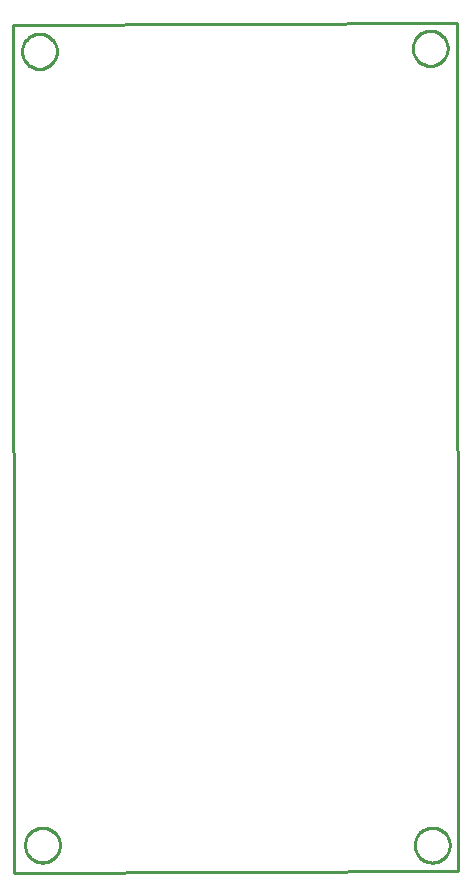
<source format=gbr>
G04 EAGLE Gerber RS-274X export*
G75*
%MOMM*%
%FSLAX34Y34*%
%LPD*%
%IN*%
%IPPOS*%
%AMOC8*
5,1,8,0,0,1.08239X$1,22.5*%
G01*
%ADD10C,0.254000*%


D10*
X259222Y831038D02*
X259920Y112607D01*
X635942Y114300D01*
X635244Y832731D01*
X259222Y831038D01*
X296582Y807850D02*
X296507Y806799D01*
X296357Y805756D01*
X296133Y804727D01*
X295836Y803716D01*
X295468Y802728D01*
X295030Y801770D01*
X294525Y800845D01*
X293956Y799959D01*
X293324Y799116D01*
X292634Y798319D01*
X291889Y797574D01*
X291093Y796884D01*
X290250Y796253D01*
X289363Y795683D01*
X288439Y795178D01*
X287480Y794741D01*
X286493Y794373D01*
X285482Y794076D01*
X284453Y793852D01*
X283410Y793702D01*
X282359Y793627D01*
X281305Y793627D01*
X280254Y793702D01*
X279212Y793852D01*
X278182Y794076D01*
X277171Y794373D01*
X276184Y794741D01*
X275226Y795178D01*
X274301Y795683D01*
X273414Y796253D01*
X272571Y796884D01*
X271775Y797574D01*
X271030Y798319D01*
X270340Y799116D01*
X269708Y799959D01*
X269139Y800845D01*
X268634Y801770D01*
X268196Y802728D01*
X267828Y803716D01*
X267531Y804727D01*
X267307Y805756D01*
X267157Y806799D01*
X267082Y807850D01*
X267082Y808903D01*
X267157Y809954D01*
X267307Y810997D01*
X267531Y812027D01*
X267828Y813038D01*
X268196Y814025D01*
X268634Y814983D01*
X269139Y815908D01*
X269708Y816794D01*
X270340Y817638D01*
X271030Y818434D01*
X271775Y819179D01*
X272571Y819869D01*
X273414Y820500D01*
X274301Y821070D01*
X275226Y821575D01*
X276184Y822013D01*
X277171Y822381D01*
X278182Y822678D01*
X279212Y822902D01*
X280254Y823051D01*
X281305Y823127D01*
X282359Y823127D01*
X283410Y823051D01*
X284453Y822902D01*
X285482Y822678D01*
X286493Y822381D01*
X287480Y822013D01*
X288439Y821575D01*
X289363Y821070D01*
X290250Y820500D01*
X291093Y819869D01*
X291889Y819179D01*
X292634Y818434D01*
X293324Y817638D01*
X293956Y816794D01*
X294525Y815908D01*
X295030Y814983D01*
X295468Y814025D01*
X295836Y813038D01*
X296133Y812027D01*
X296357Y810997D01*
X296507Y809954D01*
X296582Y808903D01*
X296582Y807850D01*
X627478Y810390D02*
X627402Y809339D01*
X627253Y808296D01*
X627029Y807266D01*
X626732Y806255D01*
X626364Y805268D01*
X625926Y804310D01*
X625421Y803385D01*
X624851Y802499D01*
X624220Y801655D01*
X623530Y800859D01*
X622785Y800114D01*
X621989Y799424D01*
X621145Y798793D01*
X620259Y798223D01*
X619334Y797718D01*
X618376Y797280D01*
X617389Y796912D01*
X616378Y796615D01*
X615348Y796391D01*
X614305Y796241D01*
X613254Y796166D01*
X612201Y796166D01*
X611150Y796241D01*
X610107Y796391D01*
X609078Y796615D01*
X608067Y796912D01*
X607079Y797280D01*
X606121Y797718D01*
X605196Y798223D01*
X604310Y798793D01*
X603467Y799424D01*
X602670Y800114D01*
X601925Y800859D01*
X601235Y801655D01*
X600604Y802499D01*
X600034Y803385D01*
X599529Y804310D01*
X599092Y805268D01*
X598724Y806255D01*
X598427Y807266D01*
X598203Y808296D01*
X598053Y809339D01*
X597978Y810390D01*
X597978Y811443D01*
X598053Y812494D01*
X598203Y813537D01*
X598427Y814566D01*
X598724Y815577D01*
X599092Y816565D01*
X599529Y817523D01*
X600034Y818448D01*
X600604Y819334D01*
X601235Y820177D01*
X601925Y820974D01*
X602670Y821719D01*
X603467Y822409D01*
X604310Y823040D01*
X605196Y823610D01*
X606121Y824115D01*
X607079Y824552D01*
X608067Y824920D01*
X609078Y825217D01*
X610107Y825441D01*
X611150Y825591D01*
X612201Y825666D01*
X613254Y825666D01*
X614305Y825591D01*
X615348Y825441D01*
X616378Y825217D01*
X617389Y824920D01*
X618376Y824552D01*
X619334Y824115D01*
X620259Y823610D01*
X621145Y823040D01*
X621989Y822409D01*
X622785Y821719D01*
X623530Y820974D01*
X624220Y820177D01*
X624851Y819334D01*
X625421Y818448D01*
X625926Y817523D01*
X626364Y816565D01*
X626732Y815577D01*
X627029Y814566D01*
X627253Y813537D01*
X627402Y812494D01*
X627478Y811443D01*
X627478Y810390D01*
X299122Y135787D02*
X299047Y134736D01*
X298897Y133693D01*
X298673Y132664D01*
X298376Y131653D01*
X298008Y130666D01*
X297570Y129707D01*
X297065Y128782D01*
X296496Y127896D01*
X295864Y127053D01*
X295174Y126256D01*
X294429Y125511D01*
X293633Y124821D01*
X292789Y124190D01*
X291903Y123620D01*
X290978Y123115D01*
X290020Y122678D01*
X289033Y122310D01*
X288022Y122013D01*
X286992Y121789D01*
X285950Y121639D01*
X284899Y121564D01*
X283845Y121564D01*
X282794Y121639D01*
X281751Y121789D01*
X280722Y122013D01*
X279711Y122310D01*
X278724Y122678D01*
X277765Y123115D01*
X276841Y123620D01*
X275954Y124190D01*
X275111Y124821D01*
X274315Y125511D01*
X273570Y126256D01*
X272880Y127053D01*
X272248Y127896D01*
X271679Y128782D01*
X271174Y129707D01*
X270736Y130666D01*
X270368Y131653D01*
X270071Y132664D01*
X269847Y133693D01*
X269697Y134736D01*
X269622Y135787D01*
X269622Y136841D01*
X269697Y137891D01*
X269847Y138934D01*
X270071Y139964D01*
X270368Y140975D01*
X270736Y141962D01*
X271174Y142920D01*
X271679Y143845D01*
X272248Y144731D01*
X272880Y145575D01*
X273570Y146371D01*
X274315Y147116D01*
X275111Y147806D01*
X275954Y148437D01*
X276841Y149007D01*
X277765Y149512D01*
X278724Y149950D01*
X279711Y150318D01*
X280722Y150615D01*
X281751Y150839D01*
X282794Y150989D01*
X283845Y151064D01*
X284899Y151064D01*
X285950Y150989D01*
X286992Y150839D01*
X288022Y150615D01*
X289033Y150318D01*
X290020Y149950D01*
X290978Y149512D01*
X291903Y149007D01*
X292789Y148437D01*
X293633Y147806D01*
X294429Y147116D01*
X295174Y146371D01*
X295864Y145575D01*
X296496Y144731D01*
X297065Y143845D01*
X297570Y142920D01*
X298008Y141962D01*
X298376Y140975D01*
X298673Y139964D01*
X298897Y138934D01*
X299047Y137891D01*
X299122Y136841D01*
X299122Y135787D01*
X629171Y135787D02*
X629096Y134736D01*
X628946Y133693D01*
X628722Y132664D01*
X628425Y131653D01*
X628057Y130665D01*
X627619Y129707D01*
X627114Y128782D01*
X626544Y127896D01*
X625913Y127053D01*
X625223Y126256D01*
X624478Y125511D01*
X623682Y124821D01*
X622838Y124190D01*
X621952Y123620D01*
X621027Y123115D01*
X620069Y122678D01*
X619082Y122310D01*
X618071Y122013D01*
X617041Y121789D01*
X615999Y121639D01*
X614948Y121564D01*
X613894Y121564D01*
X612843Y121639D01*
X611800Y121789D01*
X610771Y122013D01*
X609760Y122310D01*
X608773Y122678D01*
X607814Y123115D01*
X606890Y123620D01*
X606003Y124190D01*
X605160Y124821D01*
X604363Y125511D01*
X603618Y126256D01*
X602929Y127053D01*
X602297Y127896D01*
X601727Y128782D01*
X601223Y129707D01*
X600785Y130665D01*
X600417Y131653D01*
X600120Y132664D01*
X599896Y133693D01*
X599746Y134736D01*
X599671Y135787D01*
X599671Y136840D01*
X599746Y137891D01*
X599896Y138934D01*
X600120Y139964D01*
X600417Y140975D01*
X600785Y141962D01*
X601223Y142920D01*
X601727Y143845D01*
X602297Y144731D01*
X602929Y145575D01*
X603618Y146371D01*
X604363Y147116D01*
X605160Y147806D01*
X606003Y148437D01*
X606890Y149007D01*
X607814Y149512D01*
X608773Y149950D01*
X609760Y150318D01*
X610771Y150615D01*
X611800Y150839D01*
X612843Y150989D01*
X613894Y151064D01*
X614948Y151064D01*
X615999Y150989D01*
X617041Y150839D01*
X618071Y150615D01*
X619082Y150318D01*
X620069Y149950D01*
X621027Y149512D01*
X621952Y149007D01*
X622838Y148437D01*
X623682Y147806D01*
X624478Y147116D01*
X625223Y146371D01*
X625913Y145575D01*
X626544Y144731D01*
X627114Y143845D01*
X627619Y142920D01*
X628057Y141962D01*
X628425Y140975D01*
X628722Y139964D01*
X628946Y138934D01*
X629096Y137891D01*
X629171Y136840D01*
X629171Y135787D01*
M02*

</source>
